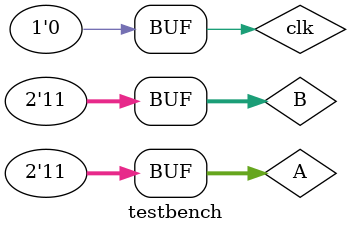
<source format=sv>
module testbench();

      logic [1:0] A;
      logic [1:0] B;
      logic A_eq_B;
      logic A_lt_B;
      logic A_gt_B;
      logic clk;

      mag_comp dut (A, B, A_eq_B, A_lt_B, A_gt_B);

      always @ ( * ) begin
            clk = 1;
            #10;
            clk = 0;
            #10;
      end

      initial begin
            // A1A0 = 00
            #0    A = 2'B00;
            #0    B = 2'B00;
            #20   B = 2'B01;
            #20   B = 2'B10;
            #20   B = 2'B11;

            // A1A0 = 01
            #20   A = 2'B01;
            #0    B = 2'B00;
            #20   B = 2'B01;
            #20   B = 2'B10;
            #20   B = 2'B11;

            // A1A0 = 10
            #20   A = 2'B10;
            #0    B = 2'B00;
            #20   B = 2'B01;
            #20   B = 2'B10;
            #20   B = 2'B11;

            // A1A0 = 11
            #20   A = 2'B11;
            #0    B = 2'B00;
            #20   B = 2'B01;
            #20   B = 2'B10;
            #20   B = 2'B11;

      end

endmodule

</source>
